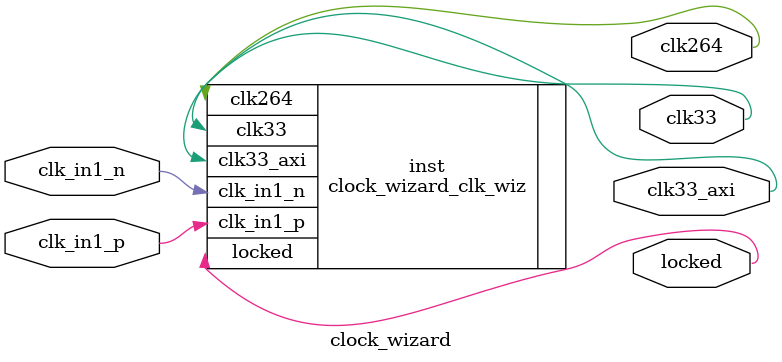
<source format=v>


`timescale 1ps/1ps

(* CORE_GENERATION_INFO = "clock_wizard,clk_wiz_v6_0_1_0_0,{component_name=clock_wizard,use_phase_alignment=true,use_min_o_jitter=false,use_max_i_jitter=false,use_dyn_phase_shift=false,use_inclk_switchover=false,use_dyn_reconfig=false,enable_axi=0,feedback_source=FDBK_AUTO,PRIMITIVE=MMCM,num_out_clk=3,clkin1_period=30.303,clkin2_period=10.0,use_power_down=false,use_reset=false,use_locked=true,use_inclk_stopped=false,feedback_type=SINGLE,CLOCK_MGR_TYPE=NA,manual_override=false}" *)

module clock_wizard 
 (
  // Clock out ports
  output        clk33,
  output        clk264,
  output        clk33_axi,
  // Status and control signals
  output        locked,
 // Clock in ports
  input         clk_in1_p,
  input         clk_in1_n
 );

  clock_wizard_clk_wiz inst
  (
  // Clock out ports  
  .clk33(clk33),
  .clk264(clk264),
  .clk33_axi(clk33_axi),
  // Status and control signals               
  .locked(locked),
 // Clock in ports
  .clk_in1_p(clk_in1_p),
  .clk_in1_n(clk_in1_n)
  );

endmodule

</source>
